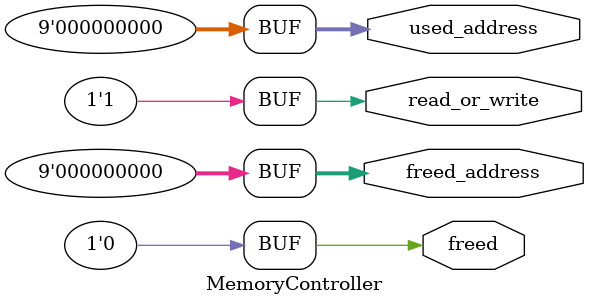
<source format=sv>
`define READ 0 
`define WRITE 1
module MemoryController (
	output logic [8:0] used_address,
	output logic freed,
	output logic [8:0] freed_address, 
	output logic read_or_write 
	);
//------------------------------------------------------------------
integer random_address;
integer index;
reg i;
initial
begin
	freed = 0;
	read_or_write = `WRITE;
	// for (i=0; i<100000; i=i+1)
	// begin
	//  //    	#1
	// 	// 	random_address = $urandom_range(63);
			// used_address = random_address[8:0];
	// 	// end
	// 	// #41 
	// 	freed = 1;
	// 	// freed_address = 32'b0;
	// 	#2
	// 	freed = 0 ;
	// 	#2;
	// end
end
assign used_address = 0;
assign freed_address = 0;
//------------------------------------------------------------------
endmodule

</source>
